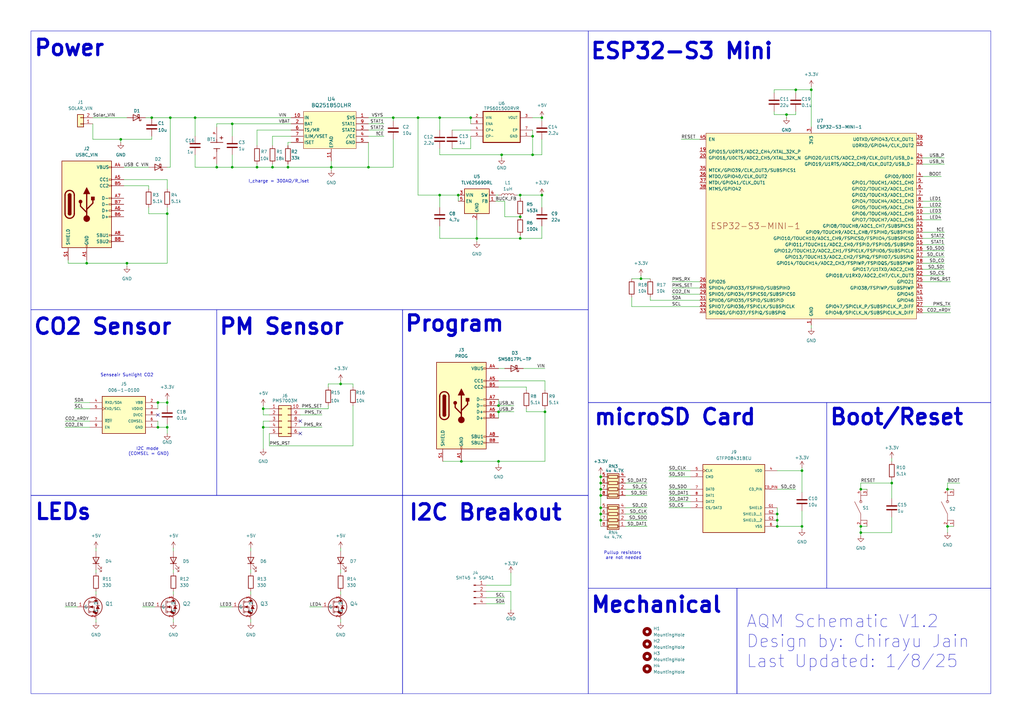
<source format=kicad_sch>
(kicad_sch (version 20231120) (generator "eeschema") (generator_version "8.0")
  (paper "A3")
  (junction (at 95.25 50.8))
  (junction (at 222.25 48.26))
  (junction (at 161.29 48.26))
  (junction (at 332.74 36.83))
  (junction (at 95.25 68.58))
  (junction (at 246.38 213.36))
  (junction (at 68.58 165.1))
  (junction (at 180.34 48.26))
  (junction (at 49.53 57.15))
  (junction (at 318.77 215.9))
  (junction (at 118.11 68.58))
  (junction (at 204.47 168.91))
  (junction (at 204.47 166.37))
  (junction (at 246.38 203.2))
  (junction (at 205.74 63.5))
  (junction (at 193.04 48.26))
  (junction (at 328.93 193.04))
  (junction (at 353.06 218.44))
  (junction (at 139.7 157.48))
  (junction (at 64.77 175.26))
  (junction (at 246.38 200.66))
  (junction (at 105.41 68.58))
  (junction (at 246.38 198.12))
  (junction (at 68.58 175.26))
  (junction (at 80.01 48.26))
  (junction (at 326.39 36.83))
  (junction (at 151.13 68.58))
  (junction (at 213.36 97.79))
  (junction (at 262.89 114.3))
  (junction (at 322.58 46.99))
  (junction (at 187.96 80.01))
  (junction (at 388.62 215.9))
  (junction (at 195.58 97.79))
  (junction (at 353.06 200.66))
  (junction (at 135.89 68.58))
  (junction (at 222.25 80.01))
  (junction (at 388.62 200.66))
  (junction (at 68.58 87.63))
  (junction (at 107.95 175.26))
  (junction (at 213.36 80.01))
  (junction (at 189.23 189.23))
  (junction (at 69.85 48.26))
  (junction (at 218.44 55.88))
  (junction (at 35.56 107.95))
  (junction (at 246.38 195.58))
  (junction (at 218.44 63.5))
  (junction (at 213.36 88.9))
  (junction (at 52.07 107.95))
  (junction (at 318.77 213.36))
  (junction (at 62.23 48.26))
  (junction (at 107.95 167.64))
  (junction (at 353.06 215.9))
  (junction (at 223.52 168.91))
  (junction (at 180.34 80.01))
  (junction (at 328.93 215.9))
  (junction (at 246.38 210.82))
  (junction (at 88.9 68.58))
  (junction (at 204.47 189.23))
  (junction (at 111.76 68.58))
  (junction (at 318.77 210.82))
  (junction (at 246.38 208.28))
  (junction (at 365.76 198.12))
  (junction (at 64.77 165.1))
  (junction (at 171.45 48.26))
  (no_connect (at 123.19 172.72))
  (no_connect (at 64.77 170.18))
  (no_connect (at 123.19 177.8))
  (wire (pts (xy 39.37 255.27) (xy 39.37 254)))
  (wire (pts (xy 246.38 208.28) (xy 246.38 210.82)))
  (wire (pts (xy 204.47 158.75) (xy 215.9 158.75)))
  (wire (pts (xy 332.74 134.62) (xy 332.74 133.35)))
  (wire (pts (xy 207.01 151.13) (xy 204.47 151.13)))
  (wire (pts (xy 95.25 50.8) (xy 119.38 50.8)))
  (wire (pts (xy 39.37 233.68) (xy 39.37 234.95)))
  (wire (pts (xy 102.87 224.79) (xy 102.87 226.06)))
  (wire (pts (xy 26.67 175.26) (xy 36.83 175.26)))
  (wire (pts (xy 68.58 163.83) (xy 68.58 165.1)))
  (wire (pts (xy 204.47 189.23) (xy 204.47 190.5)))
  (wire (pts (xy 151.13 55.88) (xy 157.48 55.88)))
  (wire (pts (xy 204.47 168.91) (xy 210.82 168.91)))
  (wire (pts (xy 222.25 92.71) (xy 222.25 97.79)))
  (wire (pts (xy 107.95 184.15) (xy 107.95 175.26)))
  (wire (pts (xy 365.76 196.85) (xy 365.76 198.12)))
  (wire (pts (xy 107.95 166.37) (xy 107.95 167.64)))
  (wire (pts (xy 246.38 200.66) (xy 246.38 203.2)))
  (wire (pts (xy 328.93 191.77) (xy 328.93 193.04)))
  (wire (pts (xy 181.61 189.23) (xy 189.23 189.23)))
  (wire (pts (xy 365.76 189.23) (xy 365.76 187.96)))
  (wire (pts (xy 151.13 50.8) (xy 157.48 50.8)))
  (wire (pts (xy 71.12 224.79) (xy 71.12 226.06)))
  (wire (pts (xy 213.36 97.79) (xy 213.36 96.52)))
  (wire (pts (xy 274.32 193.04) (xy 283.21 193.04)))
  (wire (pts (xy 105.41 53.34) (xy 119.38 53.34)))
  (wire (pts (xy 209.55 242.57) (xy 199.39 242.57)))
  (wire (pts (xy 52.07 107.95) (xy 52.07 109.22)))
  (wire (pts (xy 60.96 76.2) (xy 60.96 77.47)))
  (wire (pts (xy 287.02 120.65) (xy 275.59 120.65)))
  (wire (pts (xy 151.13 48.26) (xy 161.29 48.26)))
  (wire (pts (xy 193.04 48.26) (xy 193.04 50.8)))
  (wire (pts (xy 328.93 217.17) (xy 328.93 215.9)))
  (wire (pts (xy 246.38 194.31) (xy 246.38 195.58)))
  (wire (pts (xy 378.46 97.79) (xy 387.35 97.79)))
  (wire (pts (xy 274.32 195.58) (xy 283.21 195.58)))
  (wire (pts (xy 386.08 87.63) (xy 378.46 87.63)))
  (wire (pts (xy 62.23 55.88) (xy 62.23 57.15)))
  (wire (pts (xy 246.38 213.36) (xy 246.38 215.9)))
  (wire (pts (xy 27.94 107.95) (xy 35.56 107.95)))
  (wire (pts (xy 111.76 55.88) (xy 111.76 59.69)))
  (wire (pts (xy 193.04 55.88) (xy 193.04 60.96)))
  (wire (pts (xy 326.39 36.83) (xy 326.39 38.1)))
  (wire (pts (xy 180.34 48.26) (xy 193.04 48.26)))
  (wire (pts (xy 180.34 97.79) (xy 195.58 97.79)))
  (wire (pts (xy 50.8 68.58) (xy 60.96 68.58)))
  (wire (pts (xy 213.36 80.01) (xy 213.36 81.28)))
  (wire (pts (xy 353.06 218.44) (xy 365.76 218.44)))
  (wire (pts (xy 378.46 64.77) (xy 387.35 64.77)))
  (wire (pts (xy 386.08 85.09) (xy 378.46 85.09)))
  (wire (pts (xy 144.78 157.48) (xy 144.78 158.75)))
  (wire (pts (xy 388.62 215.9) (xy 388.62 218.44)))
  (wire (pts (xy 139.7 224.79) (xy 139.7 226.06)))
  (wire (pts (xy 80.01 68.58) (xy 88.9 68.58)))
  (wire (pts (xy 161.29 48.26) (xy 171.45 48.26)))
  (wire (pts (xy 68.58 85.09) (xy 68.58 87.63)))
  (wire (pts (xy 195.58 99.06) (xy 195.58 97.79)))
  (wire (pts (xy 246.38 198.12) (xy 246.38 200.66)))
  (wire (pts (xy 111.76 68.58) (xy 118.11 68.58)))
  (wire (pts (xy 204.47 168.91) (xy 204.47 171.45)))
  (wire (pts (xy 68.58 175.26) (xy 68.58 177.8)))
  (wire (pts (xy 259.08 125.73) (xy 287.02 125.73)))
  (wire (pts (xy 274.32 205.74) (xy 283.21 205.74)))
  (wire (pts (xy 68.58 87.63) (xy 68.58 107.95)))
  (wire (pts (xy 215.9 158.75) (xy 215.9 160.02)))
  (wire (pts (xy 256.54 215.9) (xy 265.43 215.9)))
  (wire (pts (xy 212.09 80.01) (xy 213.36 80.01)))
  (wire (pts (xy 139.7 156.21) (xy 139.7 157.48)))
  (wire (pts (xy 171.45 80.01) (xy 180.34 80.01)))
  (wire (pts (xy 214.63 151.13) (xy 223.52 151.13)))
  (wire (pts (xy 326.39 36.83) (xy 332.74 36.83)))
  (wire (pts (xy 171.45 48.26) (xy 171.45 80.01)))
  (wire (pts (xy 274.32 208.28) (xy 283.21 208.28)))
  (wire (pts (xy 389.89 115.57) (xy 378.46 115.57)))
  (wire (pts (xy 353.06 198.12) (xy 365.76 198.12)))
  (wire (pts (xy 365.76 198.12) (xy 365.76 204.47)))
  (wire (pts (xy 378.46 125.73) (xy 389.89 125.73)))
  (wire (pts (xy 102.87 255.27) (xy 102.87 254)))
  (wire (pts (xy 262.89 113.03) (xy 262.89 114.3)))
  (wire (pts (xy 378.46 128.27) (xy 389.89 128.27)))
  (wire (pts (xy 318.77 193.04) (xy 328.93 193.04)))
  (wire (pts (xy 223.52 168.91) (xy 223.52 189.23)))
  (wire (pts (xy 110.49 182.88) (xy 110.49 177.8)))
  (wire (pts (xy 38.1 57.15) (xy 38.1 50.8)))
  (wire (pts (xy 222.25 80.01) (xy 213.36 80.01)))
  (wire (pts (xy 328.93 193.04) (xy 328.93 201.93)))
  (wire (pts (xy 218.44 53.34) (xy 218.44 55.88)))
  (wire (pts (xy 218.44 48.26) (xy 222.25 48.26)))
  (wire (pts (xy 318.77 213.36) (xy 318.77 215.9)))
  (wire (pts (xy 180.34 48.26) (xy 180.34 53.34)))
  (wire (pts (xy 387.35 110.49) (xy 378.46 110.49)))
  (wire (pts (xy 90.17 248.92) (xy 95.25 248.92)))
  (wire (pts (xy 332.74 35.56) (xy 332.74 36.83)))
  (wire (pts (xy 95.25 68.58) (xy 105.41 68.58)))
  (wire (pts (xy 185.42 53.34) (xy 193.04 53.34)))
  (wire (pts (xy 317.5 46.99) (xy 317.5 45.72)))
  (wire (pts (xy 118.11 58.42) (xy 118.11 59.69)))
  (wire (pts (xy 256.54 213.36) (xy 265.43 213.36)))
  (wire (pts (xy 58.42 248.92) (xy 63.5 248.92)))
  (wire (pts (xy 328.93 209.55) (xy 328.93 215.9)))
  (wire (pts (xy 218.44 55.88) (xy 218.44 63.5)))
  (wire (pts (xy 199.39 247.65) (xy 207.01 247.65)))
  (wire (pts (xy 139.7 255.27) (xy 139.7 254)))
  (wire (pts (xy 151.13 53.34) (xy 157.48 53.34)))
  (wire (pts (xy 110.49 172.72) (xy 107.95 172.72)))
  (wire (pts (xy 355.6 215.9) (xy 353.06 215.9)))
  (wire (pts (xy 59.69 48.26) (xy 62.23 48.26)))
  (wire (pts (xy 71.12 242.57) (xy 71.12 243.84)))
  (wire (pts (xy 107.95 170.18) (xy 110.49 170.18)))
  (wire (pts (xy 378.46 107.95) (xy 387.35 107.95)))
  (wire (pts (xy 365.76 212.09) (xy 365.76 218.44)))
  (wire (pts (xy 88.9 52.07) (xy 88.9 50.8)))
  (wire (pts (xy 102.87 242.57) (xy 102.87 243.84)))
  (wire (pts (xy 223.52 189.23) (xy 204.47 189.23)))
  (wire (pts (xy 68.58 68.58) (xy 69.85 68.58)))
  (wire (pts (xy 39.37 242.57) (xy 39.37 243.84)))
  (wire (pts (xy 151.13 58.42) (xy 151.13 68.58)))
  (wire (pts (xy 322.58 46.99) (xy 322.58 48.26)))
  (wire (pts (xy 105.41 67.31) (xy 105.41 68.58)))
  (wire (pts (xy 134.62 166.37) (xy 134.62 167.64)))
  (wire (pts (xy 27.94 106.68) (xy 27.94 107.95)))
  (wire (pts (xy 388.62 200.66) (xy 391.16 200.66)))
  (wire (pts (xy 38.1 57.15) (xy 49.53 57.15)))
  (wire (pts (xy 88.9 68.58) (xy 95.25 68.58)))
  (wire (pts (xy 135.89 69.85) (xy 135.89 68.58)))
  (wire (pts (xy 118.11 58.42) (xy 119.38 58.42)))
  (wire (pts (xy 326.39 46.99) (xy 326.39 45.72)))
  (wire (pts (xy 222.25 97.79) (xy 213.36 97.79)))
  (wire (pts (xy 68.58 77.47) (xy 68.58 73.66)))
  (wire (pts (xy 246.38 195.58) (xy 246.38 198.12)))
  (wire (pts (xy 134.62 167.64) (xy 123.19 167.64)))
  (wire (pts (xy 222.25 85.09) (xy 222.25 80.01)))
  (wire (pts (xy 30.48 165.1) (xy 36.83 165.1)))
  (wire (pts (xy 26.67 248.92) (xy 31.75 248.92)))
  (wire (pts (xy 180.34 60.96) (xy 180.34 63.5)))
  (wire (pts (xy 256.54 210.82) (xy 265.43 210.82)))
  (wire (pts (xy 279.4 57.15) (xy 287.02 57.15)))
  (wire (pts (xy 353.06 218.44) (xy 353.06 219.71)))
  (wire (pts (xy 195.58 97.79) (xy 213.36 97.79)))
  (wire (pts (xy 118.11 68.58) (xy 135.89 68.58)))
  (wire (pts (xy 318.77 215.9) (xy 328.93 215.9)))
  (wire (pts (xy 180.34 80.01) (xy 187.96 80.01)))
  (wire (pts (xy 80.01 55.88) (xy 80.01 48.26)))
  (wire (pts (xy 203.2 80.01) (xy 204.47 80.01)))
  (wire (pts (xy 204.47 163.83) (xy 204.47 166.37)))
  (wire (pts (xy 151.13 68.58) (xy 161.29 68.58)))
  (wire (pts (xy 135.89 68.58) (xy 135.89 66.04)))
  (wire (pts (xy 207.01 82.55) (xy 207.01 88.9)))
  (wire (pts (xy 387.35 113.03) (xy 378.46 113.03)))
  (wire (pts (xy 215.9 168.91) (xy 223.52 168.91)))
  (wire (pts (xy 189.23 189.23) (xy 204.47 189.23)))
  (wire (pts (xy 204.47 156.21) (xy 223.52 156.21)))
  (wire (pts (xy 218.44 63.5) (xy 222.25 63.5)))
  (wire (pts (xy 71.12 233.68) (xy 71.12 234.95)))
  (wire (pts (xy 266.7 123.19) (xy 287.02 123.19)))
  (wire (pts (xy 69.85 48.26) (xy 80.01 48.26)))
  (wire (pts (xy 180.34 92.71) (xy 180.34 97.79)))
  (wire (pts (xy 64.77 172.72) (xy 64.77 175.26)))
  (wire (pts (xy 204.47 166.37) (xy 210.82 166.37)))
  (wire (pts (xy 80.01 48.26) (xy 119.38 48.26)))
  (wire (pts (xy 205.74 63.5) (xy 205.74 64.77)))
  (wire (pts (xy 36.83 172.72) (xy 26.67 172.72)))
  (wire (pts (xy 322.58 46.99) (xy 326.39 46.99)))
  (wire (pts (xy 256.54 198.12) (xy 265.43 198.12)))
  (wire (pts (xy 318.77 200.66) (xy 326.39 200.66)))
  (wire (pts (xy 49.53 58.42) (xy 49.53 57.15)))
  (wire (pts (xy 275.59 115.57) (xy 287.02 115.57)))
  (wire (pts (xy 193.04 60.96) (xy 185.42 60.96)))
  (wire (pts (xy 262.89 114.3) (xy 266.7 114.3)))
  (wire (pts (xy 353.06 200.66) (xy 355.6 200.66)))
  (wire (pts (xy 387.35 102.87) (xy 378.46 102.87)))
  (wire (pts (xy 378.46 95.25) (xy 387.35 95.25)))
  (wire (pts (xy 199.39 240.03) (xy 209.55 240.03)))
  (wire (pts (xy 266.7 121.92) (xy 266.7 123.19)))
  (wire (pts (xy 30.48 167.64) (xy 36.83 167.64)))
  (wire (pts (xy 187.96 80.01) (xy 187.96 82.55)))
  (wire (pts (xy 161.29 49.53) (xy 161.29 48.26)))
  (wire (pts (xy 50.8 73.66) (xy 68.58 73.66)))
  (wire (pts (xy 123.19 175.26) (xy 132.08 175.26)))
  (wire (pts (xy 69.85 48.26) (xy 69.85 68.58)))
  (wire (pts (xy 107.95 172.72) (xy 107.95 175.26)))
  (wire (pts (xy 64.77 165.1) (xy 68.58 165.1)))
  (wire (pts (xy 378.46 67.31) (xy 387.35 67.31)))
  (wire (pts (xy 39.37 224.79) (xy 39.37 226.06)))
  (wire (pts (xy 62.23 48.26) (xy 69.85 48.26)))
  (wire (pts (xy 144.78 157.48) (xy 139.7 157.48)))
  (wire (pts (xy 203.2 82.55) (xy 207.01 82.55)))
  (wire (pts (xy 49.53 57.15) (xy 62.23 57.15)))
  (wire (pts (xy 388.62 215.9) (xy 391.16 215.9)))
  (wire (pts (xy 35.56 107.95) (xy 52.07 107.95)))
  (wire (pts (xy 386.08 72.39) (xy 378.46 72.39)))
  (wire (pts (xy 353.06 218.44) (xy 353.06 215.9)))
  (wire (pts (xy 52.07 107.95) (xy 68.58 107.95)))
  (wire (pts (xy 332.74 36.83) (xy 332.74 52.07)))
  (wire (pts (xy 171.45 48.26) (xy 180.34 48.26)))
  (wire (pts (xy 222.25 63.5) (xy 222.25 57.15)))
  (wire (pts (xy 274.32 203.2) (xy 283.21 203.2)))
  (wire (pts (xy 50.8 76.2) (xy 60.96 76.2)))
  (wire (pts (xy 256.54 208.28) (xy 265.43 208.28)))
  (wire (pts (xy 139.7 157.48) (xy 134.62 157.48)))
  (wire (pts (xy 105.41 59.69) (xy 105.41 53.34)))
  (wire (pts (xy 180.34 85.09) (xy 180.34 80.01)))
  (wire (pts (xy 68.58 175.26) (xy 64.77 175.26)))
  (wire (pts (xy 275.59 118.11) (xy 287.02 118.11)))
  (wire (pts (xy 205.74 63.5) (xy 218.44 63.5)))
  (wire (pts (xy 60.96 87.63) (xy 68.58 87.63)))
  (wire (pts (xy 388.62 198.12) (xy 388.62 200.66)))
  (wire (pts (xy 118.11 68.58) (xy 118.11 67.31)))
  (wire (pts (xy 95.25 50.8) (xy 95.25 55.88)))
  (wire (pts (xy 386.08 90.17) (xy 378.46 90.17)))
  (wire (pts (xy 35.56 106.68) (xy 35.56 107.95)))
  (wire (pts (xy 139.7 242.57) (xy 139.7 243.84)))
  (wire (pts (xy 386.08 82.55) (xy 378.46 82.55)))
  (wire (pts (xy 38.1 48.26) (xy 52.07 48.26)))
  (wire (pts (xy 222.25 49.53) (xy 222.25 48.26)))
  (wire (pts (xy 209.55 234.95) (xy 209.55 240.03)))
  (wire (pts (xy 246.38 203.2) (xy 246.38 208.28)))
  (wire (pts (xy 107.95 175.26) (xy 110.49 175.26)))
  (wire (pts (xy 107.95 167.64) (xy 110.49 167.64)))
  (wire (pts (xy 195.58 90.17) (xy 195.58 97.79)))
  (wire (pts (xy 317.5 46.99) (xy 322.58 46.99)))
  (wire (pts (xy 68.58 173.99) (xy 68.58 175.26)))
  (wire (pts (xy 80.01 63.5) (xy 80.01 68.58)))
  (wire (pts (xy 317.5 36.83) (xy 326.39 36.83)))
  (wire (pts (xy 111.76 67.31) (xy 111.76 68.58)))
  (wire (pts (xy 318.77 208.28) (xy 318.77 210.82)))
  (wire (pts (xy 88.9 50.8) (xy 95.25 50.8)))
  (wire (pts (xy 64.77 165.1) (xy 64.77 167.64)))
  (wire (pts (xy 223.52 160.02) (xy 223.52 156.21)))
  (wire (pts (xy 215.9 167.64) (xy 215.9 168.91)))
  (wire (pts (xy 378.46 100.33) (xy 387.35 100.33)))
  (wire (pts (xy 135.89 68.58) (xy 151.13 68.58)))
  (wire (pts (xy 102.87 233.68) (xy 102.87 234.95)))
  (wire (pts (xy 161.29 57.15) (xy 161.29 68.58)))
  (wire (pts (xy 180.34 63.5) (xy 205.74 63.5)))
  (wire (pts (xy 68.58 165.1) (xy 68.58 166.37)))
  (wire (pts (xy 60.96 85.09) (xy 60.96 87.63)))
  (wire (pts (xy 223.52 167.64) (xy 223.52 168.91)))
  (wire (pts (xy 107.95 167.64) (xy 107.95 170.18)))
  (wire (pts (xy 256.54 200.66) (xy 265.43 200.66)))
  (wire (pts (xy 199.39 245.11) (xy 207.01 245.11)))
  (wire (pts (xy 317.5 36.83) (xy 317.5 38.1)))
  (wire (pts (xy 134.62 157.48) (xy 134.62 158.75)))
  (wire (pts (xy 95.25 63.5) (xy 95.25 68.58)))
  (wire (pts (xy 259.08 121.92) (xy 259.08 125.73)))
  (wire (pts (xy 388.62 198.12) (xy 393.7 198.12)))
  (wire (pts (xy 387.35 105.41) (xy 378.46 105.41)))
  (wire (pts (xy 209.55 250.19) (xy 209.55 242.57)))
  (wire (pts (xy 123.19 170.18) (xy 132.08 170.18)))
  (wire (pts (xy 139.7 233.68) (xy 139.7 234.95)))
  (wire (pts (xy 318.77 210.82) (xy 318.77 213.36)))
  (wire (pts (xy 353.06 198.12) (xy 353.06 200.66)))
  (wire (pts (xy 71.12 255.27) (xy 71.12 254)))
  (wire (pts (xy 105.41 68.58) (xy 111.76 68.58)))
  (wire (pts (xy 110.49 182.88) (xy 144.78 182.88)))
  (wire (pts (xy 274.32 200.66) (xy 283.21 200.66)))
  (wire (pts (xy 144.78 182.88) (xy 144.78 166.37)))
  (wire (pts (xy 259.08 114.3) (xy 262.89 114.3)))
  (wire (pts (xy 246.38 210.82) (xy 246.38 213.36)))
  (wire (pts (xy 88.9 68.58) (xy 88.9 67.31)))
  (wire (pts (xy 256.54 203.2) (xy 265.43 203.2)))
  (wire (pts (xy 127 248.92) (xy 132.08 248.92)))
  (wire (pts (xy 207.01 88.9) (xy 213.36 88.9)))
  (wire (pts (xy 119.38 55.88) (xy 111.76 55.88)))
  (rectangle (start 241.3 241.3) (end 302.26 284.48))
  (rectangle (start 165.1 127) (end 241.3 203.2))
  (rectangle (start 165.1 203.2) (end 241.3 284.48))
  (rectangle (start 12.7 203.2) (end 165.1 284.48))
  (rectangle (start 88.9 127) (end 165.1 203.2))
  (rectangle (start 339.09 165.1) (end 406.4 241.3))
  (rectangle (start 241.3 165.1) (end 339.09 241.3))
  (rectangle (start 12.7 12.7) (end 241.3 127))
  (rectangle (start 241.3 12.7) (end 406.4 165.1))
  (rectangle (start 12.7 127) (end 88.9 203.2))
  (text_box "AQM Schematic V1.2\nDesign by: Chirayu Jain\nLast Updated: 1/8/25" (at 302.26 241.3 0) (size 104.14 43.18) (effects (font (size 5.08 5.08)) (justify left)))
  (text "microSD Card" (at 276.86 171.196 0) (effects (font (size 6.35 6.35) (thickness 1.27) (bold yes))))
  (text "CO2 Sensor" (at 42.164 134.112 0) (effects (font (size 6.35 6.35) (thickness 1.27) (bold yes))))
  (text "Senseair Sunlight CO2\n" (at 52.07 153.924 0) (effects (font (size 1.27 1.27))))
  (text "ESP32-S3 Mini" (at 279.654 21.082 0) (effects (font (size 6.35 6.35) (thickness 1.27) (bold yes))))
  (text "Power" (at 28.448 19.812 0) (effects (font (size 6.35 6.35) (thickness 1.27) (bold yes))))
  (text "LEDs\n" (at 25.908 210.058 0) (effects (font (size 6.35 6.35) (thickness 1.27) (bold yes))))
  (text "PM Sensor" (at 115.57 134.112 0) (effects (font (size 6.35 6.35) (thickness 1.27) (bold yes))))
  (text "I2C Breakout" (at 199.136 210.312 0) (effects (font (size 6.35 6.35) (thickness 1.27) (bold yes))))
  (text "Mechanical" (at 269.24 248.158 0) (effects (font (size 6.35 6.35) (thickness 1.27) (bold yes))))
  (text "Boot/Reset" (at 367.792 171.196 0) (effects (font (size 6.35 6.35) (thickness 1.27) (bold yes))))
  (text "Pullup resistors \nare not needed" (at 255.778 227.838 0) (effects (font (size 1.27 1.27))))
  (text "I_charge = 300AΩ/R_iset" (at 114.3 74.422 0) (effects (font (size 1.27 1.27))))
  (text "I2C mode \n(COMSEL = GND)" (at 60.96 185.166 0) (effects (font (size 1.27 1.27))))
  (text "Program" (at 186.436 132.842 0) (effects (font (size 6.35 6.35) (thickness 1.27) (bold yes))))
  (label "SCL" (at 275.59 125.73 0))
  (label "LED1" (at 386.08 82.55 180))
  (label "PMS_RX" (at 132.08 175.26 180))
  (label "LED3" (at 386.08 87.63 180))
  (label "PMS_TX" (at 389.89 125.73 180))
  (label "CO2_nRDY" (at 389.89 128.27 180))
  (label "SD_SDI" (at 387.35 110.49 180))
  (label "SD_SDO" (at 387.35 102.87 180))
  (label "LED4" (at 386.08 90.17 180))
  (label "SD_DAT1" (at 274.32 203.2 0))
  (label "SD_CD" (at 326.39 200.66 180))
  (label "SD_CLK" (at 274.32 193.04 0))
  (label "SD_CLK" (at 265.43 210.82 180))
  (label "USB_P" (at 210.82 168.91 180))
  (label "STAT1" (at 387.35 100.33 180))
  (label "SCL" (at 30.48 167.64 0))
  (label "CO2_EN" (at 26.67 175.26 0))
  (label "SD_CD" (at 387.35 107.95 180))
  (label "LED4" (at 127 248.92 0))
  (label "BOOT" (at 386.08 72.39 180))
  (label "PMS_RX" (at 275.59 115.57 0))
  (label "CO2_nRDY" (at 26.67 172.72 0))
  (label "PMS_SET" (at 275.59 118.11 0))
  (label "STAT1" (at 157.48 50.8 180))
  (label "VSYS" (at 152.4 48.26 0))
  (label "USB_N" (at 387.35 67.31 180))
  (label "SDA" (at 275.59 123.19 0))
  (label "LED3" (at 90.17 248.92 0))
  (label "VIN" (at 114.3 48.26 0))
  (label "LED1" (at 26.67 248.92 0))
  (label "PMS_TX" (at 132.08 170.18 180))
  (label "SD_SDO" (at 265.43 213.36 180))
  (label "SD_CS" (at 387.35 113.03 180))
  (label "SD_DAT2" (at 274.32 205.74 0))
  (label "USB_N" (at 210.82 166.37 180))
  (label "Solar_VIN" (at 38.1 48.26 0))
  (label "!CE" (at 157.48 55.88 180))
  (label "STAT2" (at 387.35 97.79 180))
  (label "LED2" (at 58.42 248.92 0))
  (label "VBAT" (at 114.3 50.8 0))
  (label "SD_SDO" (at 274.32 200.66 0))
  (label "!CE" (at 387.35 95.25 180))
  (label "VIN" (at 223.52 151.13 180))
  (label "SDA" (at 30.48 165.1 0))
  (label "BOOT" (at 393.7 198.12 180))
  (label "CO2_EN" (at 275.59 120.65 0))
  (label "PMS_RST" (at 110.49 182.88 0))
  (label "SD_DAT2" (at 265.43 198.12 180))
  (label "PMS_SET" (at 132.08 167.64 180))
  (label "SD_DAT1" (at 265.43 215.9 180))
  (label "SD_CS" (at 274.32 208.28 0))
  (label "USB C VIN" (at 50.8 68.58 0))
  (label "SCL" (at 207.01 245.11 180))
  (label "RESET" (at 279.4 57.15 0))
  (label "SDA" (at 207.01 247.65 180))
  (label "STAT2" (at 157.48 53.34 180))
  (label "SD_SDI" (at 265.43 203.2 180))
  (label "LED2" (at 386.08 85.09 180))
  (label "USB_P" (at 387.35 64.77 180))
  (label "BUCK_FB" (at 203.2 82.55 0))
  (label "RESET" (at 353.06 198.12 0))
  (label "SD_CS" (at 265.43 200.66 180))
  (label "SD_SDI" (at 274.32 195.58 0))
  (label "SD_CLK" (at 387.35 105.41 180))
  (label "SD_CD" (at 265.43 208.28 180))
  (label "PMS_RST" (at 389.89 115.57 180))
  (symbol (lib_id "Device:C") (at 328.93 205.74 0) (unit 1)
    (property "Reference" "C10" (at 331.47 204.47 0) (effects (justify left)))
    (property "Value" "10u" (at 331.47 207.01 0) (effects (justify left)))
    (property "Footprint" "Capacitor_SMD:C_0603_1608Metric" (effects (hide yes)))
    (property "Description" "Unpolarized capacitor" (effects (hide yes)))
  )
  (symbol (lib_id "Device:R") (at 68.58 81.28 0) (unit 1)
    (property "Reference" "R4" (at 70.104 80.01 0) (effects (justify left)))
    (property "Value" "5.1k" (at 70.104 82.55 0) (effects (justify left)))
    (property "Footprint" "Resistor_SMD:R_0603_1608Metric" (effects (hide yes)))
    (property "Description" "Resistor" (effects (hide yes)))
  )
  (symbol (lib_id "power:+3.3V") (at 222.25 80.01 0) (unit 1)
    (property "Reference" "#PWR03" (effects (hide yes)))
    (property "Value" "+3.3V" (at 222.25 74.93 0))
    (property "Description" "Power symbol creates a global label with name \"+3.3V\"" (effects (hide yes)))
  )
  (symbol (lib_id "Connector:USB_C_Receptacle_USB2.0_16P") (at 35.56 83.82 0) (unit 1)
    (property "Reference" "J2" (at 35.56 60.96 0))
    (property "Value" "USBC_VIN" (at 35.56 63.5 0))
    (property "Footprint" "Connector_USB:USB_C_Receptacle_GCT_USB4105-xx-A_16P_TopMnt_Horizontal" (effects (hide yes)))
    (property "Datasheet" "https://www.usb.org/sites/default/files/documents/usb_type-c.zip" (effects (hide yes)))
    (property "Description" "USB 2.0-only 16P Type-C Receptacle connector" (effects (hide yes)))
  )
  (symbol (lib_id "Device:R") (at 144.78 162.56 0) (unit 1)
    (property "Reference" "R16" (at 147.828 161.036 0))
    (property "Value" "10k" (at 147.828 164.338 0))
    (property "Footprint" "Resistor_SMD:R_0603_1608Metric" (effects (hide yes)))
    (property "Description" "Resistor" (effects (hide yes)))
  )
  (symbol (lib_id "Device:C") (at 68.58 170.18 0) (unit 1)
    (property "Reference" "C18" (at 72.39 168.9099 0) (effects (justify left)))
    (property "Value" "0.1u" (at 72.39 171.4499 0) (effects (justify left)))
    (property "Footprint" "Capacitor_SMD:C_0603_1608Metric" (effects (hide yes)))
    (property "Description" "Unpolarized capacitor" (effects (hide yes)))
  )
  (symbol (lib_id "Snapeda_kicad_sym:PTS815_SJG") (at 389.89 208.28 0) (unit 1) (in_bom no)
    (property "Reference" "S2" (at 390.652 208.788 0))
    (property "Value" "PTS815_SJG" (effects (hide yes)))
    (property "Footprint" "Snapeda:PTS815_SJG" (effects (hide yes)))
  )
  (symbol (lib_id "power:GND") (at 135.89 69.85 0) (unit 1)
    (property "Reference" "#PWR01" (effects (hide yes)))
    (property "Value" "GND" (at 135.89 74.93 0))
    (property "Description" "Power symbol creates a global label with name \"GND\" , ground" (effects (hide yes)))
  )
  (symbol (lib_id "Snapeda_kicad_sym:BQ25185DLHR") (at 135.89 55.88 0) (unit 1)
    (property "Reference" "U4" (at 135.89 40.64 0) (effects (font (size 1.524 1.524))))
    (property "Value" "BQ25185DLHR" (at 135.89 43.18 0) (effects (font (size 1.524 1.524))))
    (property "Footprint" "Snapeda:WSON10_DLH_TEX" (effects (hide yes)))
    (property "Datasheet" "BQ25185DLHR" (effects (hide yes)))
  )
  (symbol (lib_id "power:GND") (at 332.74 134.62 0) (unit 1)
    (property "Reference" "#PWR022" (effects (hide yes)))
    (property "Value" "GND" (at 332.74 139.7 0))
    (property "Description" "Power symbol creates a global label with name \"GND\" , ground" (effects (hide yes)))
  )
  (symbol (lib_id "Snapeda_kicad_sym:006-0-0002") (at 50.8 175.26 0) (unit 1)
    (property "Reference" "J5" (at 50.8 157.48 0))
    (property "Value" "006-1-0100" (at 50.8 160.02 0))
    (property "Footprint" "Snapeda:006-0-0002_XDCR_006-0-0002" (effects (hide yes)))
    (property "MF" "Senseair North America Inc." (effects (hide yes)))
    (property "MAXIMUM_PACKAGE_HEIGHT" "11.78mm" (effects (hide yes)))
    (property "Package" "None" (effects (hide yes)))
    (property "Price" "None" (effects (hide yes)))
    (property "Check_prices" "https://www.snapeda.com/parts/006-0-0002/Senseair+North+America+Inc./view-part/?ref=eda" (effects (hide yes)))
    (property "STANDARD" "Manufacturer Recommendations" (effects (hide yes)))
    (property "PARTREV" "1.00.000" (effects (hide yes)))
    (property "SnapEDA_Link" "https://www.snapeda.com/parts/006-0-0002/Senseair+North+America+Inc./view-part/?ref=snap" (effects (hide yes)))
    (property "MP" "006-0-0002" (effects (hide yes)))
    (property "Description_1" "\nCarbon Dioxide (CO2) Sensor -\n" (effects (hide yes)))
    (property "Availability" "In Stock" (effects (hide yes)))
    (property "MANUFACTURER" "SenseAir" (effects (hide yes)))
  )
  (symbol (lib_id "Device:R_Pack04") (at 251.46 198.12 90) (unit 1)
    (property "Reference" "RN3" (at 253.492 191.262 90) (effects (justify left)))
    (property "Value" "4x 4.7K" (at 256.032 193.04 90) (effects (justify left)))
    (property "Footprint" "Resistor_SMD:R_Array_Convex_4x1206" (effects (hide yes)))
    (property "Description" "4 resistor network, parallel topology" (effects (hide yes)))
  )
  (symbol (lib_id "Connector_Generic:Conn_02x05_Counter_Clockwise") (at 115.57 172.72 0) (unit 1)
    (property "Reference" "J6" (at 116.84 162.306 0))
    (property "Value" "PMS7003M" (at 116.84 164.338 0))
    (property "Footprint" "Connector_PinSocket_1.27mm:PinSocket_2x05_P1.27mm_Vertical" (effects (hide yes)))
    (property "Description" "Generic connector, double row, 02x05, counter clockwise pin numbering scheme (similar to DIP package numbering), script generated (kicad-library-utils/schlib/autogen/connector/)" (effects (hide yes)))
  )
  (symbol (lib_id "Device:LED") (at 139.7 229.87 90) (unit 1)
    (property "Reference" "D7" (at 143.51 230.1874 90) (effects (justify right)))
    (property "Value" "LED" (effects (hide yes)))
    (property "Footprint" "LED_SMD:LED_Luminus_MP-3030-1100_3.0x3.0mm" (effects (hide yes)))
    (property "Description" "Light emitting diode" (effects (hide yes)))
  )
  (symbol (lib_id "PCM_Espressif:ESP32-S3-MINI-1") (at 332.74 92.71 0) (unit 1)
    (property "Reference" "U7" (at 334.9341 49.53 0) (effects (justify left)))
    (property "Value" "ESP32-S3-MINI-1" (at 334.9341 52.07 0) (effects (justify left)))
    (property "Footprint" "PCM_Espressif:ESP32-S3-MINI-1" (effects (hide yes)))
    (property "Datasheet" "https://www.espressif.com/sites/default/files/documentation/esp32-s3-mini-1_mini-1u_datasheet_en.pdf" (effects (hide yes)))
    (property "Description" "Smallsized module supporting 2.4 GHz WiFi (802.11 b/g/n) and Bluetooth ® 5 (LE) Built around ESP32S3 series of SoCs, Xtensa ® dualcore 32bit LX7 microprocessor Flash up to 8 MB, optional 2 MB PSRAM in chip package 39 GPIOs, rich set of peripherals Onboard PCB antenna or external antenna connector" (effects (hide yes)))
  )
  (symbol (lib_id "Device:L") (at 208.28 80.01 90) (unit 1)
    (property "Reference" "L1" (at 208.28 74.93 90))
    (property "Value" "1uH" (at 208.28 77.47 90))
    (property "Footprint" "Inductor_SMD:L_Coilcraft_XxL4020" (effects (hide yes)))
    (property "Datasheet" "https://www.mouser.com/ProductDetail/Coilcraft/XFL4020-102MEC?qs=zCSbvcPd3pbaYHL7viZwQA%3D%3D" (effects (hide yes)))
    (property "Description" "Inductor" (effects (hide yes)))
  )
  (symbol (lib_id "Device:LED") (at 102.87 229.87 90) (unit 1)
    (property "Reference" "D6" (at 106.68 230.1874 90) (effects (justify right)))
    (property "Value" "LED" (effects (hide yes)))
    (property "Footprint" "LED_SMD:LED_Luminus_MP-3030-1100_3.0x3.0mm" (effects (hide yes)))
    (property "Description" "Light emitting diode" (effects (hide yes)))
  )
  (symbol (lib_id "power:GND") (at 39.37 255.27 0) (unit 1)
    (property "Reference" "#PWR04" (effects (hide yes)))
    (property "Value" "GND" (at 39.37 260.35 0))
    (property "Description" "Power symbol creates a global label with name \"GND\" , ground" (effects (hide yes)))
  )
  (symbol (lib_id "power:+3.3V") (at 328.93 191.77 0) (unit 1)
    (property "Reference" "#PWR044" (effects (hide yes)))
    (property "Value" "+3.3V" (at 328.93 187.706 0))
    (property "Description" "Power symbol creates a global label with name \"+3.3V\"" (effects (hide yes)))
  )
  (symbol (lib_id "Mechanical:MountingHole") (at 265.43 259.08 0) (unit 1) (exclude_from_sim yes) (in_bom no)
    (property "Reference" "H1" (at 267.97 257.8099 0) (effects (justify left)))
    (property "Value" "MountingHole" (at 267.97 260.3499 0) (effects (justify left)))
    (property "Footprint" "MountingHole:MountingHole_3.2mm_M3" (effects (hide yes)))
    (property "Description" "Mounting Hole without connection" (effects (hide yes)))
  )
  (symbol (lib_id "Device:D_Schottky") (at 64.77 68.58 180) (unit 1)
    (property "Reference" "D2" (at 64.77 65.278 0))
    (property "Value" "SM5817PL-TP" (effects (hide yes)))
    (property "Footprint" "Diode_SMD:D_SOD-123F" (effects (hide yes)))
    (property "Description" "Schottky diode" (effects (hide yes)))
  )
  (symbol (lib_id "Device:C") (at 180.34 88.9 0) (unit 1)
    (property "Reference" "C8" (at 184.15 87.6299 0) (effects (justify left)))
    (property "Value" "4.7u" (at 184.15 90.1699 0) (effects (justify left)))
    (property "Footprint" "Capacitor_SMD:C_0603_1608Metric" (effects (hide yes)))
    (property "Description" "Unpolarized capacitor" (effects (hide yes)))
  )
  (symbol (lib_id "Device:C") (at 326.39 41.91 0) (unit 1)
    (property "Reference" "C19" (at 328.676 40.64 0) (effects (justify left)))
    (property "Value" "0.1u" (at 328.676 43.18 0) (effects (justify left)))
    (property "Footprint" "Capacitor_SMD:C_0603_1608Metric" (effects (hide yes)))
    (property "Description" "Unpolarized capacitor" (effects (hide yes)))
  )
  (symbol (lib_id "Device:R_Pack04") (at 251.46 210.82 90) (unit 1)
    (property "Reference" "RN4" (at 251.46 218.44 90))
    (property "Value" "4x 4.7K" (at 251.46 220.218 90))
    (property "Footprint" "Resistor_SMD:R_Array_Convex_4x1206" (effects (hide yes)))
    (property "Description" "4 resistor network, parallel topology" (effects (hide yes)))
  )
  (symbol (lib_id "Device:R") (at 71.12 238.76 0) (unit 1)
    (property "Reference" "R12" (at 73.66 237.4899 0) (effects (justify left)))
    (property "Value" "330" (at 73.66 240.0299 0) (effects (justify left)))
    (property "Footprint" "Resistor_SMD:R_0603_1608Metric" (effects (hide yes)))
    (property "Description" "Resistor" (effects (hide yes)))
  )
  (symbol (lib_id "Regulator_Switching:TLV62569DRL") (at 195.58 82.55 0) (unit 1)
    (property "Reference" "U5" (at 195.58 72.39 0))
    (property "Value" "TLV62569DRL" (at 195.58 74.93 0))
    (property "Footprint" "Package_TO_SOT_SMD:SOT-563" (effects (hide yes)))
    (property "Datasheet" "http://www.ti.com/lit/ds/symlink/tlv62569.pdf" (effects (hide yes)))
    (property "Description" "High Efficiency Synchronous Buck Converter, Adjustable Output 0.6V-5.5V, 2A, SOT-563-6" (effects (hide yes)))
  )
  (symbol (lib_id "power:GND") (at 322.58 48.26 0) (unit 1)
    (property "Reference" "#PWR023" (effects (hide yes)))
    (property "Value" "GND" (at 322.58 53.34 0))
    (property "Description" "Power symbol creates a global label with name \"GND\" , ground" (effects (hide yes)))
  )
  (symbol (lib_id "Device:D_Schottky") (at 210.82 151.13 180) (unit 1)
    (property "Reference" "D3" (at 211.1375 144.78 0))
    (property "Value" "SM5817PL-TP" (at 211.1375 147.32 0))
    (property "Footprint" "Diode_SMD:D_SOD-123F" (effects (hide yes)))
    (property "Description" "Schottky diode" (effects (hide yes)))
  )
  (symbol (lib_id "Connector_Generic:Conn_01x02") (at 33.02 50.8 180) (unit 1)
    (property "Reference" "J1" (at 33.02 41.91 0))
    (property "Value" "SOLAR_VIN" (at 33.02 44.45 0))
    (property "Footprint" "Connector_PinHeader_2.54mm:PinHeader_1x02_P2.54mm_Vertical" (effects (hide yes)))
    (property "Description" "Generic connector, single row, 01x02, script generated (kicad-library-utils/schlib/autogen/connector/)" (effects (hide yes)))
  )
  (symbol (lib_id "Snapeda_kicad_sym:AO3422") (at 31.75 248.92 0) (unit 1)
    (property "Reference" "Q1" (at 43.18 247.6499 0) (effects (font (size 1.524 1.524)) (justify left)))
    (property "Value" "AO3422" (effects (hide yes)))
    (property "Footprint" "Snapeda:SOT23_AOS" (effects (hide yes)))
    (property "Datasheet" "AO3422" (effects (hide yes)))
  )
  (symbol (lib_id "power:GND") (at 102.87 255.27 0) (unit 1)
    (property "Reference" "#PWR034" (effects (hide yes)))
    (property "Value" "GND" (at 102.87 260.35 0))
    (property "Description" "Power symbol creates a global label with name \"GND\" , ground" (effects (hide yes)))
  )
  (symbol (lib_id "Device:C") (at 365.76 208.28 0) (unit 1)
    (property "Reference" "C15" (at 368.046 207.01 0) (effects (justify left)))
    (property "Value" "1u" (at 368.046 209.55 0) (effects (justify left)))
    (property "Footprint" "Capacitor_SMD:C_0603_1608Metric" (effects (hide yes)))
    (property "Description" "Unpolarized capacitor" (effects (hide yes)))
  )
  (symbol (lib_id "power:+5V") (at 71.12 224.79 0) (unit 1)
    (property "Reference" "#PWR012" (effects (hide yes)))
    (property "Value" "+5V" (at 71.12 219.71 0))
    (property "Description" "Power symbol creates a global label with name \"+5V\"" (effects (hide yes)))
  )
  (symbol (lib_id "Snapeda_kicad_sym:AO3422") (at 95.25 248.92 0) (unit 1)
    (property "Reference" "Q3" (at 106.68 247.6499 0) (effects (font (size 1.524 1.524)) (justify left)))
    (property "Value" "AO3422" (effects (hide yes)))
    (property "Footprint" "Snapeda:SOT23_AOS" (effects (hide yes)))
    (property "Datasheet" "AO3422" (effects (hide yes)))
  )
  (symbol (lib_id "Device:R") (at 60.96 81.28 0) (unit 1)
    (property "Reference" "R3" (at 62.484 80.01 0) (effects (justify left)))
    (property "Value" "5.1k" (at 62.484 82.55 0) (effects (justify left)))
    (property "Footprint" "Resistor_SMD:R_0603_1608Metric" (effects (hide yes)))
    (property "Description" "Resistor" (effects (hide yes)))
  )
  (symbol (lib_id "Device:C") (at 161.29 53.34 0) (unit 1)
    (property "Reference" "C2" (at 165.1 52.0699 0) (effects (justify left)))
    (property "Value" "10u" (at 165.1 54.6099 0) (effects (justify left)))
    (property "Footprint" "Capacitor_SMD:C_0603_1608Metric" (effects (hide yes)))
    (property "Description" "Unpolarized capacitor" (effects (hide yes)))
  )
  (symbol (lib_id "Device:R") (at 213.36 92.71 0) (unit 1)
    (property "Reference" "R6" (at 215.9 91.4399 0) (effects (justify left)))
    (property "Value" "100k" (at 215.9 93.9799 0) (effects (justify left)))
    (property "Footprint" "Resistor_SMD:R_0603_1608Metric" (effects (hide yes)))
    (property "Description" "Resistor" (effects (hide yes)))
  )
  (symbol (lib_id "Snapeda_kicad_sym:GTFP08431BEU") (at 300.99 205.74 0) (unit 1)
    (property "Reference" "J9" (at 300.99 185.42 0))
    (property "Value" "GTFP08431BEU" (at 300.99 187.96 0))
    (property "Footprint" "Snapeda:GTFP08431BEU_AMPHENOL_GTFP08431BEU" (effects (hide yes)))
    (property "PARTREV" "F" (effects (hide yes)))
    (property "STANDARD" "Manufacturer Recommendations" (effects (hide yes)))
    (property "SNAPEDA_PN" "GTFP08431BEU" (effects (hide yes)))
    (property "MAXIMUM_PACKAGE_HEIGHT" "1.85 mm" (effects (hide yes)))
    (property "MANUFACTURER" "Amphenol" (effects (hide yes)))
  )
  (symbol (lib_id "power:GND") (at 205.74 64.77 0) (unit 1)
    (property "Reference" "#PWR025" (effects (hide yes)))
    (property "Value" "GND" (at 205.74 68.834 0))
    (property "Description" "Power symbol creates a global label with name \"GND\" , ground" (effects (hide yes)))
  )
  (symbol (lib_id "Device:C") (at 80.01 59.69 0) (unit 1)
    (property "Reference" "C16" (at 75.946 57.658 0) (effects (justify left)))
    (property "Value" "1u" (at 76.708 62.23 0) (effects (justify left)))
    (property "Footprint" "Capacitor_SMD:C_0603_1608Metric" (effects (hide yes)))
    (property "Description" "Unpolarized capacitor" (effects (hide yes)))
  )
  (symbol (lib_id "power:GND") (at 353.06 219.71 0) (unit 1)
    (property "Reference" "#PWR028" (effects (hide yes)))
    (property "Value" "GND" (at 353.06 224.79 0))
    (property "Description" "Power symbol creates a global label with name \"GND\" , ground" (effects (hide yes)))
  )
  (symbol (lib_id "power:+3.3V") (at 365.76 187.96 0) (unit 1)
    (property "Reference" "#PWR030" (effects (hide yes)))
    (property "Value" "+3.3V" (at 365.76 183.642 0))
    (property "Description" "Power symbol creates a global label with name \"+3.3V\"" (effects (hide yes)))
  )
  (symbol (lib_id "power:+5V") (at 39.37 224.79 0) (unit 1)
    (property "Reference" "#PWR010" (effects (hide yes)))
    (property "Value" "+5V" (at 39.37 219.71 0))
    (property "Description" "Power symbol creates a global label with name \"+5V\"" (effects (hide yes)))
  )
  (symbol (lib_id "Device:C") (at 222.25 88.9 0) (unit 1)
    (property "Reference" "C9" (at 226.06 87.6299 0) (effects (justify left)))
    (property "Value" "22u" (at 226.06 90.1699 0) (effects (justify left)))
    (property "Footprint" "Capacitor_SMD:C_0603_1608Metric" (effects (hide yes)))
    (property "Description" "Unpolarized capacitor" (effects (hide yes)))
  )
  (symbol (lib_id "Snapeda_kicad_sym:AO3422") (at 132.08 248.92 0) (unit 1)
    (property "Reference" "Q4" (at 143.51 247.6499 0) (effects (font (size 1.524 1.524)) (justify left)))
    (property "Value" "AO3422" (effects (hide yes)))
    (property "Footprint" "Snapeda:SOT23_AOS" (effects (hide yes)))
    (property "Datasheet" "AO3422" (effects (hide yes)))
  )
  (symbol (lib_id "power:GND") (at 328.93 217.17 0) (unit 1)
    (property "Reference" "#PWR045" (effects (hide yes)))
    (property "Value" "GND" (at 328.93 222.25 0))
    (property "Description" "Power symbol creates a global label with name \"GND\" , ground" (effects (hide yes)))
  )
  (symbol (lib_id "Snapeda_kicad_sym:AO3422") (at 63.5 248.92 0) (unit 1)
    (property "Reference" "Q2" (at 74.93 247.6499 0) (effects (font (size 1.524 1.524)) (justify left)))
    (property "Value" "AO3422" (effects (hide yes)))
    (property "Footprint" "Snapeda:SOT23_AOS" (effects (hide yes)))
    (property "Datasheet" "AO3422" (effects (hide yes)))
  )
  (symbol (lib_id "Mechanical:MountingHole") (at 265.43 269.24 0) (unit 1) (exclude_from_sim yes) (in_bom no)
    (property "Reference" "H3" (at 267.97 267.9699 0) (effects (justify left)))
    (property "Value" "MountingHole" (at 267.97 270.5099 0) (effects (justify left)))
    (property "Footprint" "MountingHole:MountingHole_3.2mm_M3" (effects (hide yes)))
    (property "Description" "Mounting Hole without connection" (effects (hide yes)))
  )
  (symbol (lib_id "power:GND") (at 52.07 109.22 0) (unit 1)
    (property "Reference" "#PWR011" (effects (hide yes)))
    (property "Value" "GND" (at 52.07 114.3 0))
    (property "Description" "Power symbol creates a global label with name \"GND\" , ground" (effects (hide yes)))
  )
  (symbol (lib_id "Device:R") (at 111.76 63.5 0) (unit 1)
    (property "Reference" "R1" (at 113.284 62.23 0) (effects (justify left)))
    (property "Value" "18k" (at 113.03 65.024 0) (effects (justify left)))
    (property "Footprint" "Resistor_SMD:R_0603_1608Metric" (effects (hide yes)))
    (property "Description" "Resistor" (effects (hide yes)))
  )
  (symbol (lib_id "power:GND") (at 71.12 255.27 0) (unit 1)
    (property "Reference" "#PWR013" (effects (hide yes)))
    (property "Value" "GND" (at 71.12 260.35 0))
    (property "Description" "Power symbol creates a global label with name \"GND\" , ground" (effects (hide yes)))
  )
  (symbol (lib_id "Device:C") (at 185.42 57.15 0) (unit 1)
    (property "Reference" "C13" (at 188.214 55.88 0) (effects (justify left)))
    (property "Value" "1u" (at 188.214 58.42 0) (effects (justify left)))
    (property "Footprint" "Capacitor_SMD:C_0603_1608Metric" (effects (hide yes)))
    (property "Description" "Unpolarized capacitor" (effects (hide yes)))
  )
  (symbol (lib_id "Snapeda_kicad_sym:PTS815_SJG") (at 354.33 208.28 0) (unit 1)
    (property "Reference" "S1" (at 355.092 208.28 0))
    (property "Value" "PTS815_SJG" (effects (hide yes)))
    (property "Footprint" "Snapeda:PTS815_SJG" (effects (hide yes)))
  )
  (symbol (lib_id "Snapeda_kicad_sym:TPS60150DRVR") (at 205.74 52.07 0) (unit 1)
    (property "Reference" "U6" (at 205.74 42.418 0))
    (property "Value" "TPS60150DRVR" (at 205.74 44.45 0))
    (property "Footprint" "Snapeda:TPS60150DRVR_SON65P200X200X80-7N" (effects (hide yes)))
  )
  (symbol (lib_id "Device:R") (at 215.9 163.83 0) (unit 1)
    (property "Reference" "R8" (at 217.424 162.56 0) (effects (justify left)))
    (property "Value" "5.1k" (at 217.424 165.1 0) (effects (justify left)))
    (property "Footprint" "Resistor_SMD:R_0603_1608Metric" (effects (hide yes)))
    (property "Description" "Resistor" (effects (hide yes)))
  )
  (symbol (lib_id "power:+3.3V") (at 262.89 113.03 0) (unit 1)
    (property "Reference" "#PWR09" (effects (hide yes)))
    (property "Value" "+3.3V" (at 262.89 107.95 0))
    (property "Description" "Power symbol creates a global label with name \"+3.3V\"" (effects (hide yes)))
  )
  (symbol (lib_id "power:+3.3V") (at 139.7 156.21 0) (unit 1)
    (property "Reference" "#PWR020" (effects (hide yes)))
    (property "Value" "+3.3V" (at 139.7 151.13 0))
    (property "Description" "Power symbol creates a global label with name \"+3.3V\"" (effects (hide yes)))
  )
  (symbol (lib_id "power:GND") (at 388.62 218.44 0) (unit 1)
    (property "Reference" "#PWR031" (effects (hide yes)))
    (property "Value" "GND" (at 388.62 223.52 0))
    (property "Description" "Power symbol creates a global label with name \"GND\" , ground" (effects (hide yes)))
  )
  (symbol (lib_id "Device:C") (at 317.5 41.91 0) (unit 1)
    (property "Reference" "C11" (at 319.786 40.64 0) (effects (justify left)))
    (property "Value" "22u" (at 319.786 43.18 0) (effects (justify left)))
    (property "Footprint" "Capacitor_SMD:C_0603_1608Metric" (effects (hide yes)))
    (property "Description" "Unpolarized capacitor" (effects (hide yes)))
  )
  (symbol (lib_id "Device:C") (at 180.34 57.15 0) (unit 1)
    (property "Reference" "C12" (at 173.736 56.134 0) (effects (justify left)))
    (property "Value" "2.2u" (at 173.736 58.674 0) (effects (justify left)))
    (property "Footprint" "Capacitor_SMD:C_0603_1608Metric" (effects (hide yes)))
    (property "Description" "Unpolarized capacitor" (effects (hide yes)))
  )
  (symbol (lib_id "Device:R") (at 105.41 63.5 0) (unit 1)
    (property "Reference" "R7" (at 106.934 62.23 0) (effects (justify left)))
    (property "Value" "10k" (at 106.68 65.024 0) (effects (justify left)))
    (property "Footprint" "Resistor_SMD:R_0603_1608Metric" (effects (hide yes)))
    (property "Description" "Resistor" (effects (hide yes)))
  )
  (symbol (lib_id "Connector:Conn_01x04_Pin") (at 194.31 242.57 0) (unit 1)
    (property "Reference" "J4" (at 194.945 234.95 0))
    (property "Value" "SHT45 + SGP41" (at 194.818 236.982 0))
    (property "Footprint" "Connector_PinHeader_2.54mm:PinHeader_1x04_P2.54mm_Vertical" (effects (hide yes)))
    (property "Description" "Generic connector, single row, 01x04, script generated" (effects (hide yes)))
  )
  (symbol (lib_id "Device:R") (at 134.62 162.56 0) (unit 1)
    (property "Reference" "R15" (at 135.636 161.036 0) (effects (justify left)))
    (property "Value" "10k" (at 135.636 164.338 0) (effects (justify left)))
    (property "Footprint" "Resistor_SMD:R_0603_1608Metric" (effects (hide yes)))
    (property "Description" "Resistor" (effects (hide yes)))
  )
  (symbol (lib_id "Device:R") (at 223.52 163.83 0) (unit 1)
    (property "Reference" "R9" (at 225.044 162.56 0) (effects (justify left)))
    (property "Value" "5.1k" (at 225.044 165.1 0) (effects (justify left)))
    (property "Footprint" "Resistor_SMD:R_0603_1608Metric" (effects (hide yes)))
    (property "Description" "Resistor" (effects (hide yes)))
  )
  (symbol (lib_id "Device:R") (at 118.11 63.5 0) (unit 1)
    (property "Reference" "R2" (at 119.38 62.23 0) (effects (justify left)))
    (property "Value" "33k" (at 119.38 64.77 0) (effects (justify left)))
    (property "Footprint" "Resistor_SMD:R_0603_1608Metric" (effects (hide yes)))
    (property "Description" "Resistor" (effects (hide yes)))
  )
  (symbol (lib_id "power:GND") (at 209.55 250.19 0) (unit 1)
    (property "Reference" "#PWR040" (effects (hide yes)))
    (property "Value" "GND" (at 209.55 253.746 0))
    (property "Description" "Power symbol creates a global label with name \"GND\" , ground" (effects (hide yes)))
  )
  (symbol (lib_id "power:GND") (at 49.53 58.42 0) (unit 1)
    (property "Reference" "#PWR05" (effects (hide yes)))
    (property "Value" "GND" (at 49.53 63.5 0))
    (property "Description" "Power symbol creates a global label with name \"GND\" , ground" (effects (hide yes)))
  )
  (symbol (lib_id "power:+3.3V") (at 332.74 35.56 0) (unit 1)
    (property "Reference" "#PWR024" (effects (hide yes)))
    (property "Value" "+3.3V" (at 332.74 30.48 0))
    (property "Description" "Power symbol creates a global label with name \"+3.3V\"" (effects (hide yes)))
  )
  (symbol (lib_id "Mechanical:MountingHole") (at 265.43 274.32 0) (unit 1) (exclude_from_sim yes) (in_bom no)
    (property "Reference" "H4" (at 267.97 273.0499 0) (effects (justify left)))
    (property "Value" "MountingHole" (at 267.97 275.5899 0) (effects (justify left)))
    (property "Footprint" "MountingHole:MountingHole_3.2mm_M3" (effects (hide yes)))
    (property "Description" "Mounting Hole without connection" (effects (hide yes)))
  )
  (symbol (lib_id "power:GND") (at 195.58 99.06 0) (unit 1)
    (property "Reference" "#PWR017" (effects (hide yes)))
    (property "Value" "GND" (at 195.58 104.14 0))
    (property "Description" "Power symbol creates a global label with name \"GND\" , ground" (effects (hide yes)))
  )
  (symbol (lib_id "Device:LED") (at 39.37 229.87 90) (unit 1)
    (property "Reference" "D4" (at 43.18 230.1874 90) (effects (justify right)))
    (property "Value" "LED" (effects (hide yes)))
    (property "Footprint" "LED_SMD:LED_Luminus_MP-3030-1100_3.0x3.0mm" (effects (hide yes)))
    (property "Description" "Light emitting diode" (effects (hide yes)))
  )
  (symbol (lib_id "power:GND") (at 107.95 184.15 0) (unit 1)
    (property "Reference" "#PWR041" (effects (hide yes)))
    (property "Value" "GND" (at 107.95 189.23 0))
    (property "Description" "Power symbol creates a global label with name \"GND\" , ground" (effects (hide yes)))
  )
  (symbol (lib_id "power:+5V") (at 107.95 166.37 0) (unit 1)
    (property "Reference" "#PWR042" (effects (hide yes)))
    (property "Value" "+5V" (at 107.95 161.29 0))
    (property "Description" "Power symbol creates a global label with name \"+5V\"" (effects (hide yes)))
  )
  (symbol (lib_id "Device:C") (at 62.23 52.07 0) (unit 1)
    (property "Reference" "C1" (at 64.77 50.546 0) (effects (justify left)))
    (property "Value" "10u" (at 64.77 53.34 0) (effects (justify left)))
    (property "Footprint" "Capacitor_SMD:C_0603_1608Metric" (effects (hide yes)))
    (property "Description" "Unpolarized capacitor" (effects (hide yes)))
  )
  (symbol (lib_id "Device:R") (at 213.36 85.09 0) (unit 1)
    (property "Reference" "R5" (at 215.9 83.8199 0) (effects (justify left)))
    (property "Value" "453k" (at 215.9 86.3599 0) (effects (justify left)))
    (property "Footprint" "Resistor_SMD:R_0603_1608Metric" (effects (hide yes)))
    (property "Description" "Resistor" (effects (hide yes)))
  )
  (symbol (lib_id "power:+3.3V") (at 246.38 194.31 0) (unit 1)
    (property "Reference" "#PWR08" (effects (hide yes)))
    (property "Value" "+3.3V" (at 246.38 189.23 0))
    (property "Description" "Power symbol creates a global label with name \"+3.3V\"" (effects (hide yes)))
  )
  (symbol (lib_id "Device:R") (at 102.87 238.76 0) (unit 1)
    (property "Reference" "R13" (at 105.41 237.4899 0) (effects (justify left)))
    (property "Value" "330" (at 105.41 240.0299 0) (effects (justify left)))
    (property "Footprint" "Resistor_SMD:R_0603_1608Metric" (effects (hide yes)))
    (property "Description" "Resistor" (effects (hide yes)))
  )
  (symbol (lib_id "Device:C") (at 95.25 59.69 0) (unit 1)
    (property "Reference" "C3" (at 97.79 58.42 0) (effects (justify left)))
    (property "Value" "1u" (at 97.79 60.96 0) (effects (justify left)))
    (property "Footprint" "Capacitor_SMD:C_0603_1608Metric" (effects (hide yes)))
    (property "Description" "Unpolarized capacitor" (effects (hide yes)))
  )
  (symbol (lib_id "power:GND") (at 204.47 190.5 0) (unit 1)
    (property "Reference" "#PWR027" (effects (hide yes)))
    (property "Value" "GND" (at 204.47 195.58 0))
    (property "Description" "Power symbol creates a global label with name \"GND\" , ground" (effects (hide yes)))
  )
  (symbol (lib_id "Snapeda_kicad_sym:1043") (at 88.9 59.69 270) (unit 1)
    (property "Reference" "BT1" (at 84.836 57.15 90) (effects (justify left)))
    (property "Value" "1043" (effects (hide yes)))
    (property "Footprint" "Snapeda:1043_BAT_1043" (effects (hide yes)))
    (property "PARTREV" "J" (effects (hide yes)))
    (property "SNAPEDA_PN" "1043" (effects (hide yes)))
    (property "MANUFACTURER" "Keystone" (effects (hide yes)))
    (property "MAXIMUM_PACKAGE_HEIGHT" "14.86mm" (effects (hide yes)))
    (property "STANDARD" "Manufacturer Recommendations" (effects (hide yes)))
  )
  (symbol (lib_id "power:+5V") (at 222.25 48.26 0) (unit 1)
    (property "Reference" "#PWR026" (effects (hide yes)))
    (property "Value" "+5V" (at 222.25 43.18 0))
    (property "Description" "Power symbol creates a global label with name \"+5V\"" (effects (hide yes)))
  )
  (symbol (lib_id "Device:R") (at 266.7 118.11 0) (unit 1)
    (property "Reference" "R17" (at 269.24 116.8399 0) (effects (justify left)))
    (property "Value" "10k" (at 269.24 119.3799 0) (effects (justify left)))
    (property "Footprint" "Resistor_SMD:R_0603_1608Metric" (effects (hide yes)))
    (property "Description" "Resistor" (effects (hide yes)))
  )
  (symbol (lib_id "Mechanical:MountingHole") (at 265.43 264.16 0) (unit 1) (exclude_from_sim yes) (in_bom no)
    (property "Reference" "H2" (at 267.97 262.8899 0) (effects (justify left)))
    (property "Value" "MountingHole" (at 267.97 265.4299 0) (effects (justify left)))
    (property "Footprint" "MountingHole:MountingHole_3.2mm_M3" (effects (hide yes)))
    (property "Description" "Mounting Hole without connection" (effects (hide yes)))
  )
  (symbol (lib_id "power:GND") (at 68.58 177.8 0) (unit 1)
    (property "Reference" "#PWR02" (effects (hide yes)))
    (property "Value" "GND" (at 68.58 181.356 0))
    (property "Description" "Power symbol creates a global label with name \"GND\" , ground" (effects (hide yes)))
  )
  (symbol (lib_id "power:+5V") (at 102.87 224.79 0) (unit 1)
    (property "Reference" "#PWR033" (effects (hide yes)))
    (property "Value" "+5V" (at 102.87 219.71 0))
    (property "Description" "Power symbol creates a global label with name \"+5V\"" (effects (hide yes)))
  )
  (symbol (lib_id "Device:LED") (at 71.12 229.87 90) (unit 1)
    (property "Reference" "D5" (at 74.93 230.1874 90) (effects (justify right)))
    (property "Value" "LED" (effects (hide yes)))
    (property "Footprint" "LED_SMD:LED_Luminus_MP-3030-1100_3.0x3.0mm" (effects (hide yes)))
    (property "Description" "Light emitting diode" (effects (hide yes)))
  )
  (symbol (lib_id "Device:R") (at 259.08 118.11 0) (unit 1)
    (property "Reference" "R18" (at 261.62 116.8399 0) (effects (justify left)))
    (property "Value" "10k" (at 261.62 119.3799 0) (effects (justify left)))
    (property "Footprint" "Resistor_SMD:R_0603_1608Metric" (effects (hide yes)))
    (property "Description" "Resistor" (effects (hide yes)))
  )
  (symbol (lib_id "power:+3.3V") (at 209.55 234.95 0) (unit 1)
    (property "Reference" "#PWR039" (effects (hide yes)))
    (property "Value" "+3.3V" (at 209.55 231.14 0))
    (property "Description" "Power symbol creates a global label with name \"+3.3V\"" (effects (hide yes)))
  )
  (symbol (lib_id "Device:R") (at 139.7 238.76 0) (unit 1)
    (property "Reference" "R14" (at 142.24 237.4899 0) (effects (justify left)))
    (property "Value" "330" (at 142.24 240.0299 0) (effects (justify left)))
    (property "Footprint" "Resistor_SMD:R_0603_1608Metric" (effects (hide yes)))
    (property "Description" "Resistor" (effects (hide yes)))
  )
  (symbol (lib_id "Device:D_Schottky") (at 55.88 48.26 180) (unit 1)
    (property "Reference" "D1" (at 56.134 45.466 0))
    (property "Value" "SM5817PL-TP" (effects (hide yes)))
    (property "Footprint" "Diode_SMD:D_SOD-123F" (effects (hide yes)))
    (property "Description" "Schottky diode" (effects (hide yes)))
  )
  (symbol (lib_id "power:+3.3V") (at 68.58 163.83 0) (unit 1)
    (property "Reference" "#PWR032" (effects (hide yes)))
    (property "Value" "+3.3V" (at 68.58 158.75 0))
    (property "Description" "Power symbol creates a global label with name \"+3.3V\"" (effects (hide yes)))
  )
  (symbol (lib_id "power:+5V") (at 139.7 224.79 0) (unit 1)
    (property "Reference" "#PWR035" (effects (hide yes)))
    (property "Value" "+5V" (at 139.7 219.71 0))
    (property "Description" "Power symbol creates a global label with name \"+5V\"" (effects (hide yes)))
  )
  (symbol (lib_id "Device:R") (at 39.37 238.76 0) (unit 1)
    (property "Reference" "R11" (at 41.91 237.4899 0) (effects (justify left)))
    (property "Value" "330" (at 41.91 240.0299 0) (effects (justify left)))
    (property "Footprint" "Resistor_SMD:R_0603_1608Metric" (effects (hide yes)))
    (property "Description" "Resistor" (effects (hide yes)))
  )
  (symbol (lib_id "power:GND") (at 139.7 255.27 0) (unit 1)
    (property "Reference" "#PWR036" (effects (hide yes)))
    (property "Value" "GND" (at 139.7 260.35 0))
    (property "Description" "Power symbol creates a global label with name \"GND\" , ground" (effects (hide yes)))
  )
  (symbol (lib_id "Connector:USB_C_Receptacle_USB2.0_16P") (at 189.23 166.37 0) (unit 1)
    (property "Reference" "J3" (at 189.23 143.51 0))
    (property "Value" "PROG" (at 189.23 146.05 0))
    (property "Footprint" "Connector_USB:USB_C_Receptacle_GCT_USB4105-xx-A_16P_TopMnt_Horizontal" (effects (hide yes)))
    (property "Datasheet" "https://www.usb.org/sites/default/files/documents/usb_type-c.zip" (effects (hide yes)))
    (property "Description" "USB 2.0-only 16P Type-C Receptacle connector" (effects (hide yes)))
  )
  (symbol (lib_id "Device:R") (at 365.76 193.04 0) (unit 1)
    (property "Reference" "R10" (at 367.538 191.77 0) (effects (justify left)))
    (property "Value" "5.1k" (at 367.538 194.31 0) (effects (justify left)))
    (property "Footprint" "Resistor_SMD:R_0603_1608Metric" (effects (hide yes)))
    (property "Description" "Resistor" (effects (hide yes)))
  )
  (symbol (lib_id "Device:C") (at 222.25 53.34 0) (unit 1)
    (property "Reference" "C14" (at 224.79 52.07 0) (effects (justify left)))
    (property "Value" "2.2u" (at 224.79 54.61 0) (effects (justify left)))
    (property "Footprint" "Capacitor_SMD:C_0603_1608Metric" (effects (hide yes)))
    (property "Description" "Unpolarized capacitor" (effects (hide yes)))
  )
)
</source>
